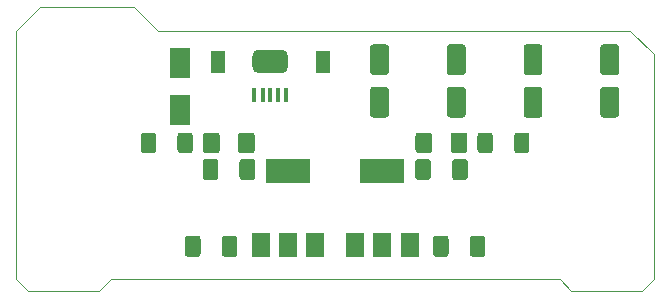
<source format=gbr>
%TF.GenerationSoftware,KiCad,Pcbnew,(5.1.7)-1*%
%TF.CreationDate,2021-03-20T18:42:02+01:00*%
%TF.ProjectId,MicroBBPS,4d696372-6f42-4425-9053-2e6b69636164,rev?*%
%TF.SameCoordinates,Original*%
%TF.FileFunction,Paste,Top*%
%TF.FilePolarity,Positive*%
%FSLAX46Y46*%
G04 Gerber Fmt 4.6, Leading zero omitted, Abs format (unit mm)*
G04 Created by KiCad (PCBNEW (5.1.7)-1) date 2021-03-20 18:42:02*
%MOMM*%
%LPD*%
G01*
G04 APERTURE LIST*
%TA.AperFunction,Profile*%
%ADD10C,0.050000*%
%TD*%
%ADD11C,0.100000*%
%ADD12R,3.800000X2.000000*%
%ADD13R,1.500000X2.000000*%
%ADD14R,0.400000X1.250000*%
%ADD15R,1.800000X2.500000*%
G04 APERTURE END LIST*
D10*
X53000000Y-24000000D02*
X54000000Y-23000000D01*
X47000000Y-24000000D02*
X53000000Y-24000000D01*
X46000000Y-23000000D02*
X47000000Y-24000000D01*
X8000000Y-23000000D02*
X46000000Y-23000000D01*
X7000000Y-24000000D02*
X8000000Y-23000000D01*
X1000000Y-24000000D02*
X7000000Y-24000000D01*
X0Y-23000000D02*
X1000000Y-24000000D01*
X12000000Y-2000000D02*
X10000000Y0D01*
X0Y-2000000D02*
X2000000Y0D01*
X0Y-23000000D02*
X0Y-2000000D01*
X54000000Y-4000000D02*
X54000000Y-23000000D01*
X52000000Y-2000000D02*
X54000000Y-4000000D01*
X12000000Y-2000000D02*
X52000000Y-2000000D01*
X2000000Y0D02*
X10000000Y0D01*
D11*
%TO.C,J2*%
G36*
X17600000Y-5500000D02*
G01*
X16450000Y-5500000D01*
X16450000Y-3700000D01*
X17600000Y-3700000D01*
X17600000Y-5500000D01*
G37*
X17600000Y-5500000D02*
X16450000Y-5500000D01*
X16450000Y-3700000D01*
X17600000Y-3700000D01*
X17600000Y-5500000D01*
G36*
X25400000Y-3750000D02*
G01*
X26500000Y-3750000D01*
X26500000Y-5500000D01*
X25400000Y-5500000D01*
X25400000Y-3750000D01*
G37*
X25400000Y-3750000D02*
X26500000Y-3750000D01*
X26500000Y-5500000D01*
X25400000Y-5500000D01*
X25400000Y-3750000D01*
%TD*%
D12*
%TO.C,U3*%
X23000000Y-13850000D03*
D13*
X23000000Y-20150000D03*
X25300000Y-20150000D03*
X20700000Y-20150000D03*
%TD*%
D12*
%TO.C,U1*%
X31000000Y-13850000D03*
D13*
X31000000Y-20150000D03*
X33300000Y-20150000D03*
X28700000Y-20150000D03*
%TD*%
%TO.C,R2*%
G36*
G01*
X14950000Y-10875000D02*
X14950000Y-12125000D01*
G75*
G02*
X14700000Y-12375000I-250000J0D01*
G01*
X13900000Y-12375000D01*
G75*
G02*
X13650000Y-12125000I0J250000D01*
G01*
X13650000Y-10875000D01*
G75*
G02*
X13900000Y-10625000I250000J0D01*
G01*
X14700000Y-10625000D01*
G75*
G02*
X14950000Y-10875000I0J-250000D01*
G01*
G37*
G36*
G01*
X11850000Y-10875000D02*
X11850000Y-12125000D01*
G75*
G02*
X11600000Y-12375000I-250000J0D01*
G01*
X10800000Y-12375000D01*
G75*
G02*
X10550000Y-12125000I0J250000D01*
G01*
X10550000Y-10875000D01*
G75*
G02*
X10800000Y-10625000I250000J0D01*
G01*
X11600000Y-10625000D01*
G75*
G02*
X11850000Y-10875000I0J-250000D01*
G01*
G37*
%TD*%
%TO.C,R1*%
G36*
G01*
X39050000Y-12125000D02*
X39050000Y-10875000D01*
G75*
G02*
X39300000Y-10625000I250000J0D01*
G01*
X40100000Y-10625000D01*
G75*
G02*
X40350000Y-10875000I0J-250000D01*
G01*
X40350000Y-12125000D01*
G75*
G02*
X40100000Y-12375000I-250000J0D01*
G01*
X39300000Y-12375000D01*
G75*
G02*
X39050000Y-12125000I0J250000D01*
G01*
G37*
G36*
G01*
X42150000Y-12125000D02*
X42150000Y-10875000D01*
G75*
G02*
X42400000Y-10625000I250000J0D01*
G01*
X43200000Y-10625000D01*
G75*
G02*
X43450000Y-10875000I0J-250000D01*
G01*
X43450000Y-12125000D01*
G75*
G02*
X43200000Y-12375000I-250000J0D01*
G01*
X42400000Y-12375000D01*
G75*
G02*
X42150000Y-12125000I0J250000D01*
G01*
G37*
%TD*%
%TO.C,J2*%
G36*
G01*
X23000000Y-4100000D02*
X23000000Y-5100000D01*
G75*
G02*
X22500000Y-5600000I-500000J0D01*
G01*
X20500000Y-5600000D01*
G75*
G02*
X20000000Y-5100000I0J500000D01*
G01*
X20000000Y-4100000D01*
G75*
G02*
X20500000Y-3600000I500000J0D01*
G01*
X22500000Y-3600000D01*
G75*
G02*
X23000000Y-4100000I0J-500000D01*
G01*
G37*
D14*
X20150000Y-7400000D03*
X20850000Y-7400000D03*
X21500000Y-7400000D03*
X22150000Y-7400000D03*
X22800000Y-7400000D03*
%TD*%
%TO.C,D3*%
G36*
G01*
X38200000Y-10875000D02*
X38200000Y-12125000D01*
G75*
G02*
X37950000Y-12375000I-250000J0D01*
G01*
X37025000Y-12375000D01*
G75*
G02*
X36775000Y-12125000I0J250000D01*
G01*
X36775000Y-10875000D01*
G75*
G02*
X37025000Y-10625000I250000J0D01*
G01*
X37950000Y-10625000D01*
G75*
G02*
X38200000Y-10875000I0J-250000D01*
G01*
G37*
G36*
G01*
X35225000Y-10875000D02*
X35225000Y-12125000D01*
G75*
G02*
X34975000Y-12375000I-250000J0D01*
G01*
X34050000Y-12375000D01*
G75*
G02*
X33800000Y-12125000I0J250000D01*
G01*
X33800000Y-10875000D01*
G75*
G02*
X34050000Y-10625000I250000J0D01*
G01*
X34975000Y-10625000D01*
G75*
G02*
X35225000Y-10875000I0J-250000D01*
G01*
G37*
%TD*%
D15*
%TO.C,D2*%
X13850000Y-4750000D03*
X13850000Y-8750000D03*
%TD*%
%TO.C,D1*%
G36*
G01*
X15800000Y-12125000D02*
X15800000Y-10875000D01*
G75*
G02*
X16050000Y-10625000I250000J0D01*
G01*
X16975000Y-10625000D01*
G75*
G02*
X17225000Y-10875000I0J-250000D01*
G01*
X17225000Y-12125000D01*
G75*
G02*
X16975000Y-12375000I-250000J0D01*
G01*
X16050000Y-12375000D01*
G75*
G02*
X15800000Y-12125000I0J250000D01*
G01*
G37*
G36*
G01*
X18775000Y-12125000D02*
X18775000Y-10875000D01*
G75*
G02*
X19025000Y-10625000I250000J0D01*
G01*
X19950000Y-10625000D01*
G75*
G02*
X20200000Y-10875000I0J-250000D01*
G01*
X20200000Y-12125000D01*
G75*
G02*
X19950000Y-12375000I-250000J0D01*
G01*
X19025000Y-12375000D01*
G75*
G02*
X18775000Y-12125000I0J250000D01*
G01*
G37*
%TD*%
%TO.C,C8*%
G36*
G01*
X31300000Y-9350000D02*
X30200000Y-9350000D01*
G75*
G02*
X29950000Y-9100000I0J250000D01*
G01*
X29950000Y-7000000D01*
G75*
G02*
X30200000Y-6750000I250000J0D01*
G01*
X31300000Y-6750000D01*
G75*
G02*
X31550000Y-7000000I0J-250000D01*
G01*
X31550000Y-9100000D01*
G75*
G02*
X31300000Y-9350000I-250000J0D01*
G01*
G37*
G36*
G01*
X31300000Y-5750000D02*
X30200000Y-5750000D01*
G75*
G02*
X29950000Y-5500000I0J250000D01*
G01*
X29950000Y-3400000D01*
G75*
G02*
X30200000Y-3150000I250000J0D01*
G01*
X31300000Y-3150000D01*
G75*
G02*
X31550000Y-3400000I0J-250000D01*
G01*
X31550000Y-5500000D01*
G75*
G02*
X31300000Y-5750000I-250000J0D01*
G01*
G37*
%TD*%
%TO.C,C7*%
G36*
G01*
X37800000Y-9350000D02*
X36700000Y-9350000D01*
G75*
G02*
X36450000Y-9100000I0J250000D01*
G01*
X36450000Y-7000000D01*
G75*
G02*
X36700000Y-6750000I250000J0D01*
G01*
X37800000Y-6750000D01*
G75*
G02*
X38050000Y-7000000I0J-250000D01*
G01*
X38050000Y-9100000D01*
G75*
G02*
X37800000Y-9350000I-250000J0D01*
G01*
G37*
G36*
G01*
X37800000Y-5750000D02*
X36700000Y-5750000D01*
G75*
G02*
X36450000Y-5500000I0J250000D01*
G01*
X36450000Y-3400000D01*
G75*
G02*
X36700000Y-3150000I250000J0D01*
G01*
X37800000Y-3150000D01*
G75*
G02*
X38050000Y-3400000I0J-250000D01*
G01*
X38050000Y-5500000D01*
G75*
G02*
X37800000Y-5750000I-250000J0D01*
G01*
G37*
%TD*%
%TO.C,C6*%
G36*
G01*
X44300000Y-9350000D02*
X43200000Y-9350000D01*
G75*
G02*
X42950000Y-9100000I0J250000D01*
G01*
X42950000Y-7000000D01*
G75*
G02*
X43200000Y-6750000I250000J0D01*
G01*
X44300000Y-6750000D01*
G75*
G02*
X44550000Y-7000000I0J-250000D01*
G01*
X44550000Y-9100000D01*
G75*
G02*
X44300000Y-9350000I-250000J0D01*
G01*
G37*
G36*
G01*
X44300000Y-5750000D02*
X43200000Y-5750000D01*
G75*
G02*
X42950000Y-5500000I0J250000D01*
G01*
X42950000Y-3400000D01*
G75*
G02*
X43200000Y-3150000I250000J0D01*
G01*
X44300000Y-3150000D01*
G75*
G02*
X44550000Y-3400000I0J-250000D01*
G01*
X44550000Y-5500000D01*
G75*
G02*
X44300000Y-5750000I-250000J0D01*
G01*
G37*
%TD*%
%TO.C,C5*%
G36*
G01*
X50800000Y-9350000D02*
X49700000Y-9350000D01*
G75*
G02*
X49450000Y-9100000I0J250000D01*
G01*
X49450000Y-7000000D01*
G75*
G02*
X49700000Y-6750000I250000J0D01*
G01*
X50800000Y-6750000D01*
G75*
G02*
X51050000Y-7000000I0J-250000D01*
G01*
X51050000Y-9100000D01*
G75*
G02*
X50800000Y-9350000I-250000J0D01*
G01*
G37*
G36*
G01*
X50800000Y-5750000D02*
X49700000Y-5750000D01*
G75*
G02*
X49450000Y-5500000I0J250000D01*
G01*
X49450000Y-3400000D01*
G75*
G02*
X49700000Y-3150000I250000J0D01*
G01*
X50800000Y-3150000D01*
G75*
G02*
X51050000Y-3400000I0J-250000D01*
G01*
X51050000Y-5500000D01*
G75*
G02*
X50800000Y-5750000I-250000J0D01*
G01*
G37*
%TD*%
%TO.C,C4*%
G36*
G01*
X20225000Y-13099999D02*
X20225000Y-14400001D01*
G75*
G02*
X19975001Y-14650000I-249999J0D01*
G01*
X19149999Y-14650000D01*
G75*
G02*
X18900000Y-14400001I0J249999D01*
G01*
X18900000Y-13099999D01*
G75*
G02*
X19149999Y-12850000I249999J0D01*
G01*
X19975001Y-12850000D01*
G75*
G02*
X20225000Y-13099999I0J-249999D01*
G01*
G37*
G36*
G01*
X17100000Y-13099999D02*
X17100000Y-14400001D01*
G75*
G02*
X16850001Y-14650000I-249999J0D01*
G01*
X16024999Y-14650000D01*
G75*
G02*
X15775000Y-14400001I0J249999D01*
G01*
X15775000Y-13099999D01*
G75*
G02*
X16024999Y-12850000I249999J0D01*
G01*
X16850001Y-12850000D01*
G75*
G02*
X17100000Y-13099999I0J-249999D01*
G01*
G37*
%TD*%
%TO.C,C3*%
G36*
G01*
X38400000Y-20900001D02*
X38400000Y-19599999D01*
G75*
G02*
X38649999Y-19350000I249999J0D01*
G01*
X39475001Y-19350000D01*
G75*
G02*
X39725000Y-19599999I0J-249999D01*
G01*
X39725000Y-20900001D01*
G75*
G02*
X39475001Y-21150000I-249999J0D01*
G01*
X38649999Y-21150000D01*
G75*
G02*
X38400000Y-20900001I0J249999D01*
G01*
G37*
G36*
G01*
X35275000Y-20900001D02*
X35275000Y-19599999D01*
G75*
G02*
X35524999Y-19350000I249999J0D01*
G01*
X36350001Y-19350000D01*
G75*
G02*
X36600000Y-19599999I0J-249999D01*
G01*
X36600000Y-20900001D01*
G75*
G02*
X36350001Y-21150000I-249999J0D01*
G01*
X35524999Y-21150000D01*
G75*
G02*
X35275000Y-20900001I0J249999D01*
G01*
G37*
%TD*%
%TO.C,C2*%
G36*
G01*
X33775000Y-14400001D02*
X33775000Y-13099999D01*
G75*
G02*
X34024999Y-12850000I249999J0D01*
G01*
X34850001Y-12850000D01*
G75*
G02*
X35100000Y-13099999I0J-249999D01*
G01*
X35100000Y-14400001D01*
G75*
G02*
X34850001Y-14650000I-249999J0D01*
G01*
X34024999Y-14650000D01*
G75*
G02*
X33775000Y-14400001I0J249999D01*
G01*
G37*
G36*
G01*
X36900000Y-14400001D02*
X36900000Y-13099999D01*
G75*
G02*
X37149999Y-12850000I249999J0D01*
G01*
X37975001Y-12850000D01*
G75*
G02*
X38225000Y-13099999I0J-249999D01*
G01*
X38225000Y-14400001D01*
G75*
G02*
X37975001Y-14650000I-249999J0D01*
G01*
X37149999Y-14650000D01*
G75*
G02*
X36900000Y-14400001I0J249999D01*
G01*
G37*
%TD*%
%TO.C,C1*%
G36*
G01*
X15600000Y-19599999D02*
X15600000Y-20900001D01*
G75*
G02*
X15350001Y-21150000I-249999J0D01*
G01*
X14524999Y-21150000D01*
G75*
G02*
X14275000Y-20900001I0J249999D01*
G01*
X14275000Y-19599999D01*
G75*
G02*
X14524999Y-19350000I249999J0D01*
G01*
X15350001Y-19350000D01*
G75*
G02*
X15600000Y-19599999I0J-249999D01*
G01*
G37*
G36*
G01*
X18725000Y-19599999D02*
X18725000Y-20900001D01*
G75*
G02*
X18475001Y-21150000I-249999J0D01*
G01*
X17649999Y-21150000D01*
G75*
G02*
X17400000Y-20900001I0J249999D01*
G01*
X17400000Y-19599999D01*
G75*
G02*
X17649999Y-19350000I249999J0D01*
G01*
X18475001Y-19350000D01*
G75*
G02*
X18725000Y-19599999I0J-249999D01*
G01*
G37*
%TD*%
M02*

</source>
